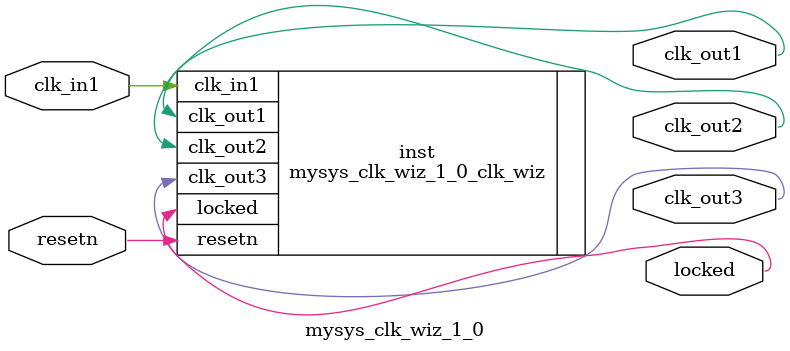
<source format=v>


`timescale 1ps/1ps

(* CORE_GENERATION_INFO = "mysys_clk_wiz_1_0,clk_wiz_v5_4_0_0,{component_name=mysys_clk_wiz_1_0,use_phase_alignment=true,use_min_o_jitter=false,use_max_i_jitter=false,use_dyn_phase_shift=false,use_inclk_switchover=false,use_dyn_reconfig=false,enable_axi=0,feedback_source=FDBK_AUTO,PRIMITIVE=MMCM,num_out_clk=3,clkin1_period=10.000,clkin2_period=10.000,use_power_down=false,use_reset=true,use_locked=true,use_inclk_stopped=false,feedback_type=SINGLE,CLOCK_MGR_TYPE=NA,manual_override=false}" *)

module mysys_clk_wiz_1_0 
 (
  // Clock out ports
  output        clk_out1,
  output        clk_out2,
  output        clk_out3,
  // Status and control signals
  input         resetn,
  output        locked,
 // Clock in ports
  input         clk_in1
 );

  mysys_clk_wiz_1_0_clk_wiz inst
  (
  // Clock out ports  
  .clk_out1(clk_out1),
  .clk_out2(clk_out2),
  .clk_out3(clk_out3),
  // Status and control signals               
  .resetn(resetn), 
  .locked(locked),
 // Clock in ports
  .clk_in1(clk_in1)
  );

endmodule

</source>
